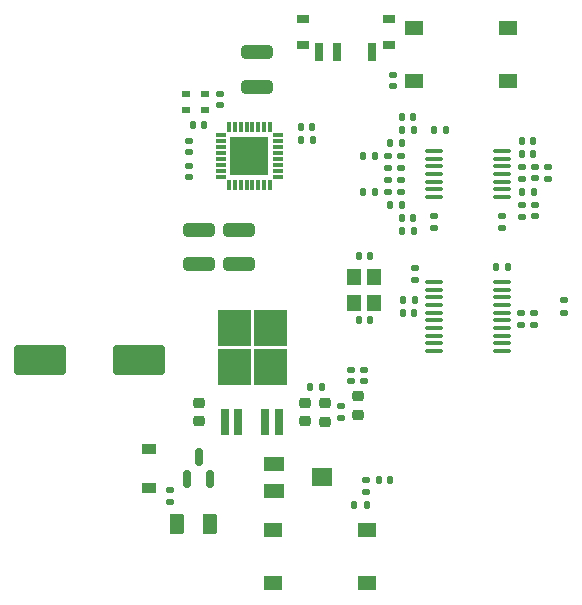
<source format=gbr>
%TF.GenerationSoftware,KiCad,Pcbnew,(6.0.9)*%
%TF.CreationDate,2023-03-20T14:35:20+01:00*%
%TF.ProjectId,BLDC_driver_small,424c4443-5f64-4726-9976-65725f736d61,rev?*%
%TF.SameCoordinates,Original*%
%TF.FileFunction,Paste,Top*%
%TF.FilePolarity,Positive*%
%FSLAX46Y46*%
G04 Gerber Fmt 4.6, Leading zero omitted, Abs format (unit mm)*
G04 Created by KiCad (PCBNEW (6.0.9)) date 2023-03-20 14:35:20*
%MOMM*%
%LPD*%
G01*
G04 APERTURE LIST*
G04 Aperture macros list*
%AMRoundRect*
0 Rectangle with rounded corners*
0 $1 Rounding radius*
0 $2 $3 $4 $5 $6 $7 $8 $9 X,Y pos of 4 corners*
0 Add a 4 corners polygon primitive as box body*
4,1,4,$2,$3,$4,$5,$6,$7,$8,$9,$2,$3,0*
0 Add four circle primitives for the rounded corners*
1,1,$1+$1,$2,$3*
1,1,$1+$1,$4,$5*
1,1,$1+$1,$6,$7*
1,1,$1+$1,$8,$9*
0 Add four rect primitives between the rounded corners*
20,1,$1+$1,$2,$3,$4,$5,0*
20,1,$1+$1,$4,$5,$6,$7,0*
20,1,$1+$1,$6,$7,$8,$9,0*
20,1,$1+$1,$8,$9,$2,$3,0*%
G04 Aperture macros list end*
%ADD10C,0.100000*%
%ADD11RoundRect,0.135000X-0.185000X0.135000X-0.185000X-0.135000X0.185000X-0.135000X0.185000X0.135000X0*%
%ADD12RoundRect,0.135000X-0.135000X-0.185000X0.135000X-0.185000X0.135000X0.185000X-0.135000X0.185000X0*%
%ADD13RoundRect,0.218750X-0.256250X0.218750X-0.256250X-0.218750X0.256250X-0.218750X0.256250X0.218750X0*%
%ADD14RoundRect,0.135000X0.135000X0.185000X-0.135000X0.185000X-0.135000X-0.185000X0.135000X-0.185000X0*%
%ADD15R,0.799998X2.199996*%
%ADD16RoundRect,0.140000X-0.140000X-0.170000X0.140000X-0.170000X0.140000X0.170000X-0.140000X0.170000X0*%
%ADD17RoundRect,0.135000X0.185000X-0.135000X0.185000X0.135000X-0.185000X0.135000X-0.185000X-0.135000X0*%
%ADD18RoundRect,0.250000X-1.075000X0.312500X-1.075000X-0.312500X1.075000X-0.312500X1.075000X0.312500X0*%
%ADD19RoundRect,0.140000X-0.170000X0.140000X-0.170000X-0.140000X0.170000X-0.140000X0.170000X0.140000X0*%
%ADD20R,0.700000X0.600000*%
%ADD21RoundRect,0.140000X0.170000X-0.140000X0.170000X0.140000X-0.170000X0.140000X-0.170000X-0.140000X0*%
%ADD22RoundRect,0.225000X0.250000X-0.225000X0.250000X0.225000X-0.250000X0.225000X-0.250000X-0.225000X0*%
%ADD23R,1.550000X1.300000*%
%ADD24RoundRect,0.218750X0.256250X-0.218750X0.256250X0.218750X-0.256250X0.218750X-0.256250X-0.218750X0*%
%ADD25RoundRect,0.250000X-0.375000X-0.625000X0.375000X-0.625000X0.375000X0.625000X-0.375000X0.625000X0*%
%ADD26RoundRect,0.250000X1.950000X1.000000X-1.950000X1.000000X-1.950000X-1.000000X1.950000X-1.000000X0*%
%ADD27R,0.300000X0.900000*%
%ADD28R,0.900000X0.300000*%
%ADD29R,3.200000X3.200000*%
%ADD30RoundRect,0.250000X1.075000X-0.312500X1.075000X0.312500X-1.075000X0.312500X-1.075000X-0.312500X0*%
%ADD31RoundRect,0.140000X0.140000X0.170000X-0.140000X0.170000X-0.140000X-0.170000X0.140000X-0.170000X0*%
%ADD32R,0.700000X1.500000*%
%ADD33R,1.000000X0.800000*%
%ADD34RoundRect,0.100000X-0.637500X-0.100000X0.637500X-0.100000X0.637500X0.100000X-0.637500X0.100000X0*%
%ADD35RoundRect,0.150000X0.150000X-0.587500X0.150000X0.587500X-0.150000X0.587500X-0.150000X-0.587500X0*%
%ADD36R,1.200000X0.900000*%
%ADD37R,1.200000X1.400000*%
%ADD38R,1.750000X1.200000*%
%ADD39R,1.750000X1.600000*%
G04 APERTURE END LIST*
%TO.C,U3*%
G36*
X123349997Y-97749797D02*
G01*
X120650003Y-97749797D01*
X120650003Y-94749803D01*
X123349997Y-94749803D01*
X123349997Y-97749797D01*
G37*
D10*
X123349997Y-97749797D02*
X120650003Y-97749797D01*
X120650003Y-94749803D01*
X123349997Y-94749803D01*
X123349997Y-97749797D01*
G36*
X120349997Y-101049797D02*
G01*
X117650003Y-101049797D01*
X117650003Y-98049803D01*
X120349997Y-98049803D01*
X120349997Y-101049797D01*
G37*
X120349997Y-101049797D02*
X117650003Y-101049797D01*
X117650003Y-98049803D01*
X120349997Y-98049803D01*
X120349997Y-101049797D01*
G36*
X120349997Y-97749797D02*
G01*
X117650003Y-97749797D01*
X117650003Y-94749803D01*
X120349997Y-94749803D01*
X120349997Y-97749797D01*
G37*
X120349997Y-97749797D02*
X117650003Y-97749797D01*
X117650003Y-94749803D01*
X120349997Y-94749803D01*
X120349997Y-97749797D01*
G36*
X123349997Y-101049797D02*
G01*
X120650003Y-101049797D01*
X120650003Y-98049803D01*
X123349997Y-98049803D01*
X123349997Y-101049797D01*
G37*
X123349997Y-101049797D02*
X120650003Y-101049797D01*
X120650003Y-98049803D01*
X123349997Y-98049803D01*
X123349997Y-101049797D01*
%TD*%
D11*
%TO.C,R6*%
X134275000Y-92210000D03*
X134275000Y-91190000D03*
%TD*%
D12*
%TO.C,R7*%
X134285000Y-93900000D03*
X133265000Y-93900000D03*
%TD*%
D13*
%TO.C,D4*%
X126700000Y-104187500D03*
X126700000Y-102612500D03*
%TD*%
D14*
%TO.C,R12*%
X132190000Y-80625000D03*
X133210000Y-80625000D03*
%TD*%
D12*
%TO.C,R8*%
X125660000Y-80350000D03*
X124640000Y-80350000D03*
%TD*%
D15*
%TO.C,U3*%
X122780001Y-104199802D03*
X121640000Y-104199802D03*
X119360000Y-104199802D03*
X118219999Y-104199802D03*
%TD*%
D16*
%TO.C,C16*%
X125630000Y-79250000D03*
X124670000Y-79250000D03*
%TD*%
%TO.C,C20*%
X144305000Y-81575000D03*
X143345000Y-81575000D03*
%TD*%
D17*
%TO.C,R18*%
X133100000Y-83725000D03*
X133100000Y-84745000D03*
%TD*%
D18*
%TO.C,R4*%
X116050000Y-90862500D03*
X116050000Y-87937500D03*
%TD*%
D16*
%TO.C,C15*%
X132230000Y-109150000D03*
X131270000Y-109150000D03*
%TD*%
D11*
%TO.C,R13*%
X133100000Y-82735000D03*
X133100000Y-81715000D03*
%TD*%
D19*
%TO.C,C9*%
X117800000Y-77380000D03*
X117800000Y-76420000D03*
%TD*%
D14*
%TO.C,R15*%
X135890000Y-79525000D03*
X136910000Y-79525000D03*
%TD*%
D20*
%TO.C,D3*%
X116500000Y-76450000D03*
X116500000Y-77850000D03*
%TD*%
D11*
%TO.C,R10*%
X130200000Y-110160000D03*
X130200000Y-109140000D03*
%TD*%
D14*
%TO.C,R14*%
X133190000Y-79525000D03*
X134210000Y-79525000D03*
%TD*%
D21*
%TO.C,C7*%
X115200000Y-80420000D03*
X115200000Y-81380000D03*
%TD*%
D19*
%TO.C,C26*%
X144500000Y-86805000D03*
X144500000Y-85845000D03*
%TD*%
D22*
%TO.C,C2*%
X116000000Y-102624800D03*
X116000000Y-104174800D03*
%TD*%
D17*
%TO.C,R24*%
X143400000Y-85815000D03*
X143400000Y-86835000D03*
%TD*%
D23*
%TO.C,SW3*%
X122275000Y-113350000D03*
X130225000Y-113350000D03*
X122275000Y-117850000D03*
X130225000Y-117850000D03*
%TD*%
D24*
%TO.C,L1*%
X129450000Y-102037500D03*
X129450000Y-103612500D03*
%TD*%
D25*
%TO.C,F1*%
X116950000Y-112900000D03*
X114150000Y-112900000D03*
%TD*%
D16*
%TO.C,C10*%
X116480000Y-79100000D03*
X115520000Y-79100000D03*
%TD*%
D26*
%TO.C,C1*%
X102550000Y-99000000D03*
X110950000Y-99000000D03*
%TD*%
D21*
%TO.C,C6*%
X129975000Y-99820000D03*
X129975000Y-100780000D03*
%TD*%
D27*
%TO.C,U2*%
X122050000Y-84150000D03*
X121550000Y-84150000D03*
X121050000Y-84150000D03*
X120550000Y-84150000D03*
X120050000Y-84150000D03*
X119550000Y-84150000D03*
X119050000Y-84150000D03*
X118550000Y-84150000D03*
D28*
X117850000Y-83450000D03*
X117850000Y-82950000D03*
X117850000Y-82450000D03*
X117850000Y-81950000D03*
X117850000Y-81450000D03*
X117850000Y-80950000D03*
X117850000Y-80450000D03*
X117850000Y-79950000D03*
D27*
X118550000Y-79250000D03*
X119050000Y-79250000D03*
X119550000Y-79250000D03*
X120050000Y-79250000D03*
X120550000Y-79250000D03*
X121050000Y-79250000D03*
X121550000Y-79250000D03*
X122050000Y-79250000D03*
D28*
X122750000Y-79950000D03*
X122750000Y-80450000D03*
X122750000Y-80950000D03*
X122750000Y-81450000D03*
X122750000Y-81950000D03*
X122750000Y-82450000D03*
X122750000Y-82950000D03*
D29*
X120300000Y-81700000D03*
D28*
X122750000Y-83450000D03*
%TD*%
D17*
%TO.C,R21*%
X145600000Y-82615000D03*
X145600000Y-83635000D03*
%TD*%
D14*
%TO.C,R11*%
X129890000Y-81725000D03*
X130910000Y-81725000D03*
%TD*%
D21*
%TO.C,C4*%
X128012500Y-102895000D03*
X128012500Y-103855000D03*
%TD*%
D16*
%TO.C,C22*%
X134180000Y-78425000D03*
X133220000Y-78425000D03*
%TD*%
D30*
%TO.C,R5*%
X120900000Y-72937500D03*
X120900000Y-75862500D03*
%TD*%
D11*
%TO.C,R26*%
X146950000Y-94960000D03*
X146950000Y-93940000D03*
%TD*%
D31*
%TO.C,C17*%
X129545000Y-95600000D03*
X130505000Y-95600000D03*
%TD*%
D14*
%TO.C,R27*%
X141140000Y-91100000D03*
X142160000Y-91100000D03*
%TD*%
D19*
%TO.C,C8*%
X115200000Y-83480000D03*
X115200000Y-82520000D03*
%TD*%
D14*
%TO.C,R19*%
X133200000Y-88025000D03*
X134220000Y-88025000D03*
%TD*%
D12*
%TO.C,R22*%
X144410000Y-84725000D03*
X143390000Y-84725000D03*
%TD*%
D21*
%TO.C,C14*%
X132461000Y-74831000D03*
X132461000Y-75791000D03*
%TD*%
D22*
%TO.C,C3*%
X125000000Y-102624800D03*
X125000000Y-104174800D03*
%TD*%
D16*
%TO.C,C19*%
X144305000Y-80475000D03*
X143345000Y-80475000D03*
%TD*%
D19*
%TO.C,C12*%
X143275000Y-95980000D03*
X143275000Y-95020000D03*
%TD*%
D32*
%TO.C,SW2*%
X126200000Y-72930000D03*
X127700000Y-72930000D03*
X130700000Y-72930000D03*
D33*
X132100000Y-70070000D03*
X124800000Y-70070000D03*
X124800000Y-72280000D03*
X132100000Y-72280000D03*
%TD*%
D14*
%TO.C,R16*%
X129890000Y-84735000D03*
X130910000Y-84735000D03*
%TD*%
D21*
%TO.C,C21*%
X132000000Y-81745000D03*
X132000000Y-82705000D03*
%TD*%
D12*
%TO.C,R2*%
X126410000Y-101300000D03*
X125390000Y-101300000D03*
%TD*%
D18*
%TO.C,R3*%
X119400000Y-90862500D03*
X119400000Y-87937500D03*
%TD*%
D16*
%TO.C,C24*%
X134180000Y-86925000D03*
X133220000Y-86925000D03*
%TD*%
D14*
%TO.C,R17*%
X132190000Y-85835000D03*
X133210000Y-85835000D03*
%TD*%
%TO.C,R9*%
X129190000Y-111250000D03*
X130210000Y-111250000D03*
%TD*%
D34*
%TO.C,U1*%
X141637500Y-92375000D03*
X141637500Y-93025000D03*
X141637500Y-93675000D03*
X141637500Y-94325000D03*
X141637500Y-94975000D03*
X141637500Y-95625000D03*
X141637500Y-96275000D03*
X141637500Y-96925000D03*
X141637500Y-97575000D03*
X141637500Y-98225000D03*
X135912500Y-98225000D03*
X135912500Y-97575000D03*
X135912500Y-96925000D03*
X135912500Y-96275000D03*
X135912500Y-95625000D03*
X135912500Y-94975000D03*
X135912500Y-94325000D03*
X135912500Y-93675000D03*
X135912500Y-93025000D03*
X135912500Y-92375000D03*
%TD*%
D19*
%TO.C,C25*%
X144500000Y-83605000D03*
X144500000Y-82645000D03*
%TD*%
D35*
%TO.C,Q1*%
X116000000Y-107162500D03*
X116950000Y-109037500D03*
X115050000Y-109037500D03*
%TD*%
D17*
%TO.C,R23*%
X143400000Y-82615000D03*
X143400000Y-83635000D03*
%TD*%
D23*
%TO.C,SW1*%
X142175000Y-75350000D03*
X134225000Y-75350000D03*
X142175000Y-70850000D03*
X134225000Y-70850000D03*
%TD*%
D20*
%TO.C,D2*%
X114950000Y-77850000D03*
X114950000Y-76450000D03*
%TD*%
D17*
%TO.C,R1*%
X113600000Y-109990000D03*
X113600000Y-111010000D03*
%TD*%
D31*
%TO.C,C13*%
X133295000Y-95000000D03*
X134255000Y-95000000D03*
%TD*%
D17*
%TO.C,R25*%
X141700000Y-86815000D03*
X141700000Y-87835000D03*
%TD*%
D19*
%TO.C,C23*%
X132000000Y-84715000D03*
X132000000Y-83755000D03*
%TD*%
D36*
%TO.C,D1*%
X111750000Y-109800000D03*
X111750000Y-106500000D03*
%TD*%
D37*
%TO.C,Y1*%
X130875000Y-91925000D03*
X130875000Y-94125000D03*
X129175000Y-94125000D03*
X129175000Y-91925000D03*
%TD*%
D21*
%TO.C,C5*%
X128925000Y-99820000D03*
X128925000Y-100780000D03*
%TD*%
D16*
%TO.C,C18*%
X130505000Y-90200000D03*
X129545000Y-90200000D03*
%TD*%
D34*
%TO.C,U4*%
X141662500Y-81275000D03*
X141662500Y-81925000D03*
X141662500Y-82575000D03*
X141662500Y-83225000D03*
X141662500Y-83875000D03*
X141662500Y-84525000D03*
X141662500Y-85175000D03*
X135937500Y-85175000D03*
X135937500Y-84525000D03*
X135937500Y-83875000D03*
X135937500Y-83225000D03*
X135937500Y-82575000D03*
X135937500Y-81925000D03*
X135937500Y-81275000D03*
%TD*%
D38*
%TO.C,RV1*%
X122375000Y-110050000D03*
D39*
X126425000Y-108900000D03*
D38*
X122375000Y-107750000D03*
%TD*%
D17*
%TO.C,R20*%
X135900000Y-86815000D03*
X135900000Y-87835000D03*
%TD*%
D19*
%TO.C,C11*%
X144375000Y-95980000D03*
X144375000Y-95020000D03*
%TD*%
M02*

</source>
